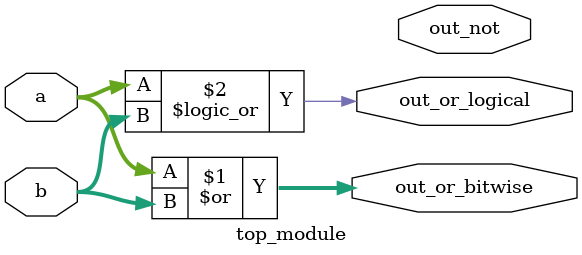
<source format=v>
module top_module( 
    input [2:0] a,
    input [2:0] b,
    output [2:0] out_or_bitwise,
    output out_or_logical,
    output [5:0] out_not
);
    assign out_or_bitwise=a|b;
    assign out_or_logical=a||b;
endmodule

</source>
